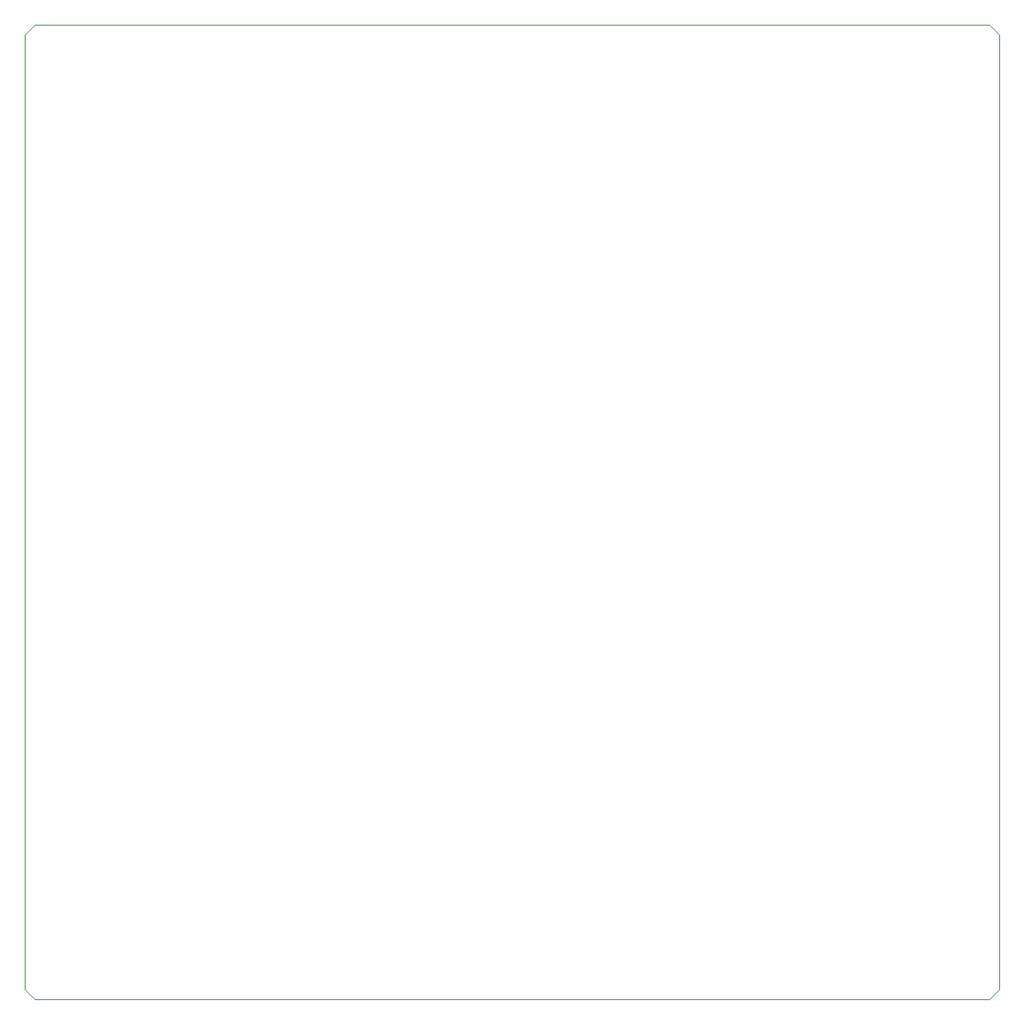
<source format=gbr>
%TF.GenerationSoftware,KiCad,Pcbnew,(5.1.9)-1*%
%TF.CreationDate,2021-03-23T14:53:16-04:00*%
%TF.ProjectId,TicTacToe,54696354-6163-4546-9f65-2e6b69636164,rev?*%
%TF.SameCoordinates,Original*%
%TF.FileFunction,Profile,NP*%
%FSLAX46Y46*%
G04 Gerber Fmt 4.6, Leading zero omitted, Abs format (unit mm)*
G04 Created by KiCad (PCBNEW (5.1.9)-1) date 2021-03-23 14:53:16*
%MOMM*%
%LPD*%
G01*
G04 APERTURE LIST*
%TA.AperFunction,Profile*%
%ADD10C,0.050000*%
%TD*%
G04 APERTURE END LIST*
D10*
X150000000Y-51000000D02*
X149000000Y-50000000D01*
X50000000Y-51000000D02*
X51000000Y-50000000D01*
X51000000Y-150000000D02*
X50000000Y-149000000D01*
X149000000Y-150000000D02*
X150000000Y-149000000D01*
X51000000Y-50000000D02*
X149000000Y-50000000D01*
X150000000Y-51000000D02*
X150000000Y-149000000D01*
X51000000Y-150000000D02*
X149000000Y-150000000D01*
X50000000Y-51000000D02*
X50000000Y-149000000D01*
M02*

</source>
